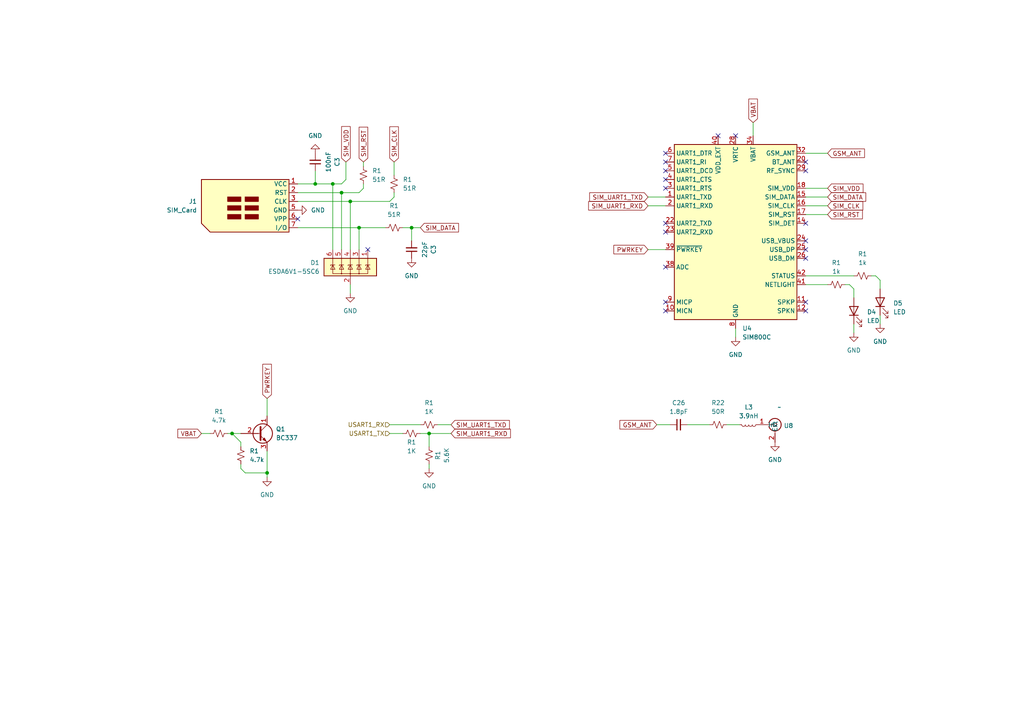
<source format=kicad_sch>
(kicad_sch (version 20230121) (generator eeschema)
  (paper "A4")
  (lib_symbols
    (symbol "Connector:SIM_Card"
      (property "Reference" "J" (at -2.54 12.7 0))
      (property "Value" "SIM_Card" (at -1.27 10.16 0))
      (symbol "SIM_Card_0_1"
        (rectangle (start -1.27 -2.54) (end 2.54 -1.27) (stroke (width 0.254)) (fill (type outline)))
        (rectangle (start -1.27 0) (end 2.54 1.27) (stroke (width 0.254)) (fill (type outline)))
        (rectangle (start -1.27 2.54) (end 2.54 3.81) (stroke (width 0.254)) (fill (type outline)))
        (polyline (pts (xy -10.16 8.89) (xy 15.24 8.89) (xy 15.24 -3.81) (xy 12.7 -6.35) (xy -10.16 -6.35) (xy -10.16 8.89)) (stroke (width 0.254)) (fill (type background)))
        (rectangle (start 3.81 -1.27) (end 7.62 -2.54) (stroke (width 0.254)) (fill (type outline)))
        (rectangle (start 3.81 0) (end 7.62 1.27) (stroke (width 0.254)) (fill (type outline)))
        (rectangle (start 3.81 2.54) (end 7.62 3.81) (stroke (width 0.254)) (fill (type outline)))
      )
      (symbol "SIM_Card_1_1"
        (pin power_in line (at -12.7 7.62 0) (length 2.54) (name "VCC") (number "1"))
        (pin input line (at -12.7 5.08 0) (length 2.54) (name "RST") (number "2"))
        (pin input line (at -12.7 2.54 0) (length 2.54) (name "CLK") (number "3"))
        (pin power_in line (at -12.7 0 0) (length 2.54) (name "GND") (number "5"))
        (pin input line (at -12.7 -2.54 0) (length 2.54) (name "VPP") (number "6"))
        (pin bidirectional line (at -12.7 -5.08 0) (length 2.54) (name "I/O") (number "7"))
      )
    )
    (symbol "Device:C_Small" (pin_numbers hide) (pin_names (offset 0.254) hide)
      (property "Reference" "C" (at 0.254 1.778 0))
      (property "Value" "C_Small" (at 0.254 -2.032 0))
      (symbol "C_Small_0_1"
        (polyline (pts (xy -1.524 -0.508) (xy 1.524 -0.508)) (stroke (width 0.3302)))
        (polyline (pts (xy -1.524 0.508) (xy 1.524 0.508)) (stroke (width 0.3048)))
      )
      (symbol "C_Small_1_1"
        (pin passive line (at 0 2.54 270) (length 2.032) (name "~") (number "1"))
        (pin passive line (at 0 -2.54 90) (length 2.032) (name "~") (number "2"))
      )
    )
    (symbol "Device:LED" (pin_numbers hide) (pin_names (offset 1.016) hide)
      (property "Reference" "D" (at 0 2.54 0))
      (property "Value" "LED" (at 0 -2.54 0))
      (symbol "LED_0_1"
        (polyline (pts (xy -1.27 -1.27) (xy -1.27 1.27)) (stroke (width 0.254)))
        (polyline (pts (xy -1.27 0) (xy 1.27 0)))
        (polyline (pts (xy 1.27 -1.27) (xy 1.27 1.27) (xy -1.27 0) (xy 1.27 -1.27)) (stroke (width 0.254)))
        (polyline (pts (xy -3.048 -0.762) (xy -4.572 -2.286) (xy -3.81 -2.286) (xy -4.572 -2.286) (xy -4.572 -1.524)))
        (polyline (pts (xy -1.778 -0.762) (xy -3.302 -2.286) (xy -2.54 -2.286) (xy -3.302 -2.286) (xy -3.302 -1.524)))
      )
      (symbol "LED_1_1"
        (pin passive line (at -3.81 0 0) (length 2.54) (name "K") (number "1"))
        (pin passive line (at 3.81 0 180) (length 2.54) (name "A") (number "2"))
      )
    )
    (symbol "Device:L_Small" (pin_numbers hide) (pin_names (offset 0.254) hide)
      (property "Reference" "L" (at 0.762 1.016 0))
      (property "Value" "L_Small" (at 0.762 -1.016 0))
      (symbol "L_Small_0_1"
        (arc (start 0 -2.032) (mid 0.5058 -1.524) (end 0 -1.016))
        (arc (start 0 -1.016) (mid 0.5058 -0.508) (end 0 0))
        (arc (start 0 0) (mid 0.5058 0.508) (end 0 1.016))
        (arc (start 0 1.016) (mid 0.5058 1.524) (end 0 2.032))
      )
      (symbol "L_Small_1_1"
        (pin passive line (at 0 2.54 270) (length 0.508) (name "~") (number "1"))
        (pin passive line (at 0 -2.54 90) (length 0.508) (name "~") (number "2"))
      )
    )
    (symbol "Device:R_Small_US" (pin_numbers hide) (pin_names (offset 0.254) hide)
      (property "Reference" "R" (at 0.762 0.508 0))
      (property "Value" "R_Small_US" (at 0.762 -1.016 0))
      (symbol "R_Small_US_1_1"
        (polyline (pts (xy 0 0) (xy 1.016 -0.381) (xy 0 -0.762) (xy -1.016 -1.143) (xy 0 -1.524)))
        (polyline (pts (xy 0 1.524) (xy 1.016 1.143) (xy 0 0.762) (xy -1.016 0.381) (xy 0 0)))
        (pin passive line (at 0 2.54 270) (length 1.016) (name "~") (number "1"))
        (pin passive line (at 0 -2.54 90) (length 1.016) (name "~") (number "2"))
      )
    )
    (symbol "Power_Protection:ESDA6V1-5SC6" (pin_names hide)
      (property "Reference" "D" (at -5.08 -3.81 0))
      (property "Value" "ESDA6V1-5SC6" (at 2.54 -3.81 0))
      (symbol "ESDA6V1-5SC6_0_0"
        (pin passive line (at 0 -5.08 90) (length 2.54) (name "GND") (number "2"))
      )
      (symbol "ESDA6V1-5SC6_0_1"
        (rectangle (start -7.62 2.54) (end 7.62 -2.54) (stroke (width 0.254)) (fill (type background)))
        (circle (center -2.54 -1.905) (radius 0.127))
        (circle (center 0 -1.905) (radius 0.127))
        (polyline (pts (xy -2.54 2.54) (xy -2.54 -1.905)))
        (polyline (pts (xy 0 2.54) (xy 0 -2.54)))
        (polyline (pts (xy 2.54 2.54) (xy 2.54 -1.905)))
        (polyline (pts (xy -5.715 0.635) (xy -4.445 0.635) (xy -4.445 0.381)))
        (polyline (pts (xy -3.175 0.635) (xy -1.905 0.635) (xy -1.905 0.381)))
        (polyline (pts (xy -0.635 0.635) (xy 0.635 0.635) (xy 0.635 0.381)))
        (polyline (pts (xy 1.905 0.635) (xy 3.175 0.635) (xy 3.175 0.381)))
        (polyline (pts (xy 4.445 0.635) (xy 5.715 0.635) (xy 5.715 0.381)))
        (polyline (pts (xy -5.715 -0.635) (xy -4.445 -0.635) (xy -5.08 0.635) (xy -5.715 -0.635)))
        (polyline (pts (xy -5.08 2.54) (xy -5.08 -1.905) (xy 5.08 -1.905) (xy 5.08 2.54)))
        (polyline (pts (xy -3.175 -0.635) (xy -1.905 -0.635) (xy -2.54 0.635) (xy -3.175 -0.635)))
        (polyline (pts (xy -0.635 -0.635) (xy 0.635 -0.635) (xy 0 0.635) (xy -0.635 -0.635)))
        (polyline (pts (xy 1.905 -0.635) (xy 3.175 -0.635) (xy 2.54 0.635) (xy 1.905 -0.635)))
        (polyline (pts (xy 4.445 -0.635) (xy 5.715 -0.635) (xy 5.08 0.635) (xy 4.445 -0.635)))
        (circle (center 2.54 -1.905) (radius 0.127))
      )
      (symbol "ESDA6V1-5SC6_1_1"
        (pin passive line (at -5.08 5.08 270) (length 2.54) (name "IO1") (number "1"))
        (pin passive line (at -2.54 5.08 270) (length 2.54) (name "IO2") (number "3"))
        (pin passive line (at 0 5.08 270) (length 2.54) (name "IO3") (number "4"))
        (pin passive line (at 2.54 5.08 270) (length 2.54) (name "IO4") (number "5"))
        (pin passive line (at 5.08 5.08 270) (length 2.54) (name "IO5") (number "6"))
      )
    )
    (symbol "RF_GSM:SIM800C"
      (property "Reference" "U" (at -15.24 26.67 0))
      (property "Value" "SIM800C" (at 12.7 26.67 0))
      (symbol "SIM800C_0_1"
        (rectangle (start -17.78 25.4) (end 17.78 -25.4) (stroke (width 0.254)) (fill (type background)))
      )
      (symbol "SIM800C_1_1"
        (pin output line (at -20.32 10.16 0) (length 2.54) (name "UART1_TXD") (number "1"))
        (pin input line (at -20.32 -22.86 0) (length 2.54) (name "MICN") (number "10"))
        (pin output line (at 20.32 -20.32 180) (length 2.54) (name "SPKP") (number "11"))
        (pin output line (at 20.32 -22.86 180) (length 2.54) (name "SPKN") (number "12"))
        (pin passive line (at 0 -27.94 90) (length 2.54) hide (name "GND") (number "13"))
        (pin input line (at 20.32 2.54 180) (length 2.54) (name "SIM_DET") (number "14"))
        (pin bidirectional line (at 20.32 10.16 180) (length 2.54) (name "SIM_DATA") (number "15"))
        (pin output line (at 20.32 7.62 180) (length 2.54) (name "SIM_CLK") (number "16"))
        (pin output line (at 20.32 5.08 180) (length 2.54) (name "SIM_RST") (number "17"))
        (pin power_out line (at 20.32 12.7 180) (length 2.54) (name "SIM_VDD") (number "18"))
        (pin passive line (at 0 -27.94 90) (length 2.54) hide (name "GND") (number "19"))
        (pin input line (at -20.32 7.62 0) (length 2.54) (name "UART1_RXD") (number "2"))
        (pin passive line (at 20.32 20.32 180) (length 2.54) (name "BT_ANT") (number "20"))
        (pin passive line (at 0 -27.94 90) (length 2.54) hide (name "GND") (number "21"))
        (pin output line (at -20.32 2.54 0) (length 2.54) (name "UART2_TXD") (number "22"))
        (pin input line (at -20.32 0 0) (length 2.54) (name "UART2_RXD") (number "23"))
        (pin input line (at 20.32 -2.54 180) (length 2.54) (name "USB_VBUS") (number "24"))
        (pin bidirectional line (at 20.32 -5.08 180) (length 2.54) (name "USB_DP") (number "25"))
        (pin bidirectional line (at 20.32 -7.62 180) (length 2.54) (name "USB_DM") (number "26"))
        (pin passive line (at 0 -27.94 90) (length 2.54) hide (name "GND") (number "27"))
        (pin power_in line (at 0 27.94 270) (length 2.54) (name "VRTC") (number "28"))
        (pin output line (at 20.32 17.78 180) (length 2.54) (name "RF_SYNC") (number "29"))
        (pin input line (at -20.32 12.7 0) (length 2.54) (name "UART1_RTS") (number "3"))
        (pin passive line (at 0 -27.94 90) (length 2.54) hide (name "GND") (number "30"))
        (pin passive line (at 0 -27.94 90) (length 2.54) hide (name "GND") (number "31"))
        (pin passive line (at 20.32 22.86 180) (length 2.54) (name "GSM_ANT") (number "32"))
        (pin passive line (at 0 -27.94 90) (length 2.54) hide (name "GND") (number "33"))
        (pin power_in line (at 5.08 27.94 270) (length 2.54) (name "VBAT") (number "34"))
        (pin passive line (at 5.08 27.94 270) (length 2.54) hide (name "VBAT") (number "35"))
        (pin passive line (at 0 -27.94 90) (length 2.54) hide (name "GND") (number "36"))
        (pin passive line (at 0 -27.94 90) (length 2.54) hide (name "GND") (number "37"))
        (pin input line (at -20.32 -10.16 0) (length 2.54) (name "ADC") (number "38"))
        (pin input line (at -20.32 -5.08 0) (length 2.54) (name "~{PWRKEY}") (number "39"))
        (pin output line (at -20.32 15.24 0) (length 2.54) (name "UART1_CTS") (number "4"))
        (pin power_out line (at -5.08 27.94 270) (length 2.54) (name "VDD_EXT") (number "40"))
        (pin output line (at 20.32 -15.24 180) (length 2.54) (name "NETLIGHT") (number "41"))
        (pin output line (at 20.32 -12.7 180) (length 2.54) (name "STATUS") (number "42"))
        (pin output line (at -20.32 17.78 0) (length 2.54) (name "UART1_DCD") (number "5"))
        (pin input line (at -20.32 22.86 0) (length 2.54) (name "UART1_DTR") (number "6"))
        (pin output line (at -20.32 20.32 0) (length 2.54) (name "UART1_RI") (number "7"))
        (pin power_in line (at 0 -27.94 90) (length 2.54) (name "GND") (number "8"))
        (pin input line (at -20.32 -20.32 0) (length 2.54) (name "MICP") (number "9"))
      )
    )
    (symbol "Transistor_BJT:BC337" (pin_names (offset 0) hide)
      (property "Reference" "Q" (at 5.08 1.905 0))
      (property "Value" "BC337" (at 5.08 0 0))
      (symbol "BC337_0_1"
        (polyline (pts (xy 0 0) (xy 0.635 0)))
        (polyline (pts (xy 0.635 0.635) (xy 2.54 2.54)))
        (polyline (pts (xy 0.635 -0.635) (xy 2.54 -2.54) (xy 2.54 -2.54)))
        (polyline (pts (xy 0.635 1.905) (xy 0.635 -1.905) (xy 0.635 -1.905)) (stroke (width 0.508)))
        (polyline (pts (xy 1.27 -1.778) (xy 1.778 -1.27) (xy 2.286 -2.286) (xy 1.27 -1.778) (xy 1.27 -1.778)) (fill (type outline)))
        (circle (center 1.27 0) (radius 2.8194) (stroke (width 0.254)))
      )
      (symbol "BC337_1_1"
        (pin passive line (at 2.54 5.08 270) (length 2.54) (name "C") (number "1"))
        (pin input line (at -5.08 0 0) (length 5.08) (name "B") (number "2"))
        (pin passive line (at 2.54 -5.08 90) (length 2.54) (name "E") (number "3"))
      )
    )
    (symbol "_F_Lib:CONSMA001-SMD_"
      (property "Reference" "U" (at 0 3.81 0))
      (symbol "CONSMA001-SMD__0_1"
        (arc (start -1.778 -0.508) (mid 0.2311 -1.8066) (end 1.778 0) (stroke (width 0.254)))
        (polyline (pts (xy -2.54 0) (xy -0.508 0)))
        (polyline (pts (xy 0 -2.54) (xy 0 -1.778)))
        (circle (center 0 0) (radius 0.508) (stroke (width 0.2032)))
        (arc (start 1.778 0) (mid 0.2099 1.8101) (end -1.778 0.508) (stroke (width 0.254)))
      )
      (symbol "CONSMA001-SMD__1_1"
        (pin passive line (at -5.08 0 0) (length 2.54) (name "In") (number "1"))
        (pin passive line (at 0 -5.08 90) (length 2.54) (name "Ext") (number "2"))
      )
    )
    (symbol "power:GND" (power) (pin_names (offset 0))
      (property "Value" "GND" (at 0 -3.81 0))
      (symbol "GND_0_1"
        (polyline (pts (xy 0 0) (xy 0 -1.27) (xy 1.27 -1.27) (xy 0 -2.54) (xy -1.27 -1.27) (xy 0 -1.27)))
      )
      (symbol "GND_1_1"
        (pin power_in line (at 0 0 270) (length 0) hide (name "GND") (number "1"))
      )
    )
  )
  (junction (at 67.31 125.73))
  (junction (at 124.46 125.73))
  (junction (at 99.06 55.88))
  (junction (at 119.38 66.04))
  (junction (at 101.6 58.42))
  (junction (at 104.14 66.04))
  (junction (at 96.52 53.34))
  (junction (at 77.47 137.16))
  (junction (at 91.44 53.34))
  (no_connect (at 233.68 87.63))
  (no_connect (at 233.68 90.17))
  (no_connect (at 193.04 90.17))
  (no_connect (at 106.68 72.39))
  (no_connect (at 193.04 67.31))
  (no_connect (at 193.04 64.77))
  (no_connect (at 233.68 64.77))
  (no_connect (at 193.04 46.99))
  (no_connect (at 208.28 39.37))
  (no_connect (at 233.68 46.99))
  (no_connect (at 233.68 72.39))
  (no_connect (at 193.04 77.47))
  (no_connect (at 213.36 39.37))
  (no_connect (at 233.68 49.53))
  (no_connect (at 193.04 52.07))
  (no_connect (at 193.04 54.61))
  (no_connect (at 193.04 44.45))
  (no_connect (at 193.04 49.53))
  (no_connect (at 233.68 69.85))
  (no_connect (at 193.04 87.63))
  (no_connect (at 86.36 63.5))
  (no_connect (at 233.68 74.93))
  (wire (pts (xy 67.31 125.73) (xy 69.85 125.73)))
  (wire (pts (xy 69.85 134.62) (xy 69.85 135.89)))
  (wire (pts (xy 247.65 83.82) (xy 247.65 86.36)))
  (wire (pts (xy 69.85 135.89) (xy 71.12 137.16)))
  (wire (pts (xy 99.06 53.34) (xy 96.52 53.34)))
  (wire (pts (xy 187.96 59.69) (xy 193.04 59.69)))
  (wire (pts (xy 210.82 123.19) (xy 214.63 123.19)))
  (wire (pts (xy 71.12 137.16) (xy 77.47 137.16)))
  (wire (pts (xy 104.14 55.88) (xy 105.41 54.61)))
  (wire (pts (xy 255.27 91.44) (xy 255.27 93.98)))
  (wire (pts (xy 100.33 46.99) (xy 100.33 52.07)))
  (wire (pts (xy 86.36 58.42) (xy 101.6 58.42)))
  (wire (pts (xy 69.85 129.54) (xy 69.85 128.27)))
  (wire (pts (xy 199.39 123.19) (xy 205.74 123.19)))
  (wire (pts (xy 233.68 82.55) (xy 240.03 82.55)))
  (wire (pts (xy 218.44 35.56) (xy 218.44 39.37)))
  (wire (pts (xy 233.68 59.69) (xy 240.03 59.69)))
  (wire (pts (xy 77.47 137.16) (xy 77.47 138.43)))
  (wire (pts (xy 114.3 55.88) (xy 114.3 57.15)))
  (wire (pts (xy 190.5 123.19) (xy 194.31 123.19)))
  (wire (pts (xy 113.03 123.19) (xy 121.92 123.19)))
  (wire (pts (xy 101.6 58.42) (xy 101.6 72.39)))
  (wire (pts (xy 233.68 44.45) (xy 240.03 44.45)))
  (wire (pts (xy 101.6 82.55) (xy 101.6 85.09)))
  (wire (pts (xy 69.85 128.27) (xy 67.31 125.73)))
  (wire (pts (xy 124.46 125.73) (xy 124.46 129.54)))
  (wire (pts (xy 96.52 53.34) (xy 91.44 53.34)))
  (wire (pts (xy 99.06 55.88) (xy 99.06 72.39)))
  (wire (pts (xy 213.36 95.25) (xy 213.36 97.79)))
  (wire (pts (xy 187.96 72.39) (xy 193.04 72.39)))
  (wire (pts (xy 124.46 125.73) (xy 130.81 125.73)))
  (wire (pts (xy 105.41 53.34) (xy 105.41 54.61)))
  (wire (pts (xy 233.68 62.23) (xy 240.03 62.23)))
  (wire (pts (xy 119.38 66.04) (xy 121.92 66.04)))
  (wire (pts (xy 104.14 66.04) (xy 104.14 72.39)))
  (wire (pts (xy 96.52 53.34) (xy 96.52 72.39)))
  (wire (pts (xy 255.27 81.28) (xy 255.27 83.82)))
  (wire (pts (xy 124.46 134.62) (xy 124.46 135.89)))
  (wire (pts (xy 86.36 66.04) (xy 104.14 66.04)))
  (wire (pts (xy 233.68 80.01) (xy 247.65 80.01)))
  (wire (pts (xy 233.68 54.61) (xy 240.03 54.61)))
  (wire (pts (xy 247.65 93.98) (xy 247.65 96.52)))
  (wire (pts (xy 252.73 80.01) (xy 254 80.01)))
  (wire (pts (xy 114.3 46.99) (xy 114.3 50.8)))
  (wire (pts (xy 58.42 125.73) (xy 60.96 125.73)))
  (wire (pts (xy 77.47 120.65) (xy 77.47 115.57)))
  (wire (pts (xy 113.03 125.73) (xy 116.84 125.73)))
  (wire (pts (xy 99.06 55.88) (xy 104.14 55.88)))
  (wire (pts (xy 245.11 82.55) (xy 246.38 82.55)))
  (wire (pts (xy 99.06 53.34) (xy 100.33 52.07)))
  (wire (pts (xy 246.38 82.55) (xy 247.65 83.82)))
  (wire (pts (xy 77.47 130.81) (xy 77.47 137.16)))
  (wire (pts (xy 254 80.01) (xy 255.27 81.28)))
  (wire (pts (xy 86.36 55.88) (xy 99.06 55.88)))
  (wire (pts (xy 66.04 125.73) (xy 67.31 125.73)))
  (wire (pts (xy 104.14 66.04) (xy 111.76 66.04)))
  (wire (pts (xy 119.38 66.04) (xy 119.38 69.85)))
  (wire (pts (xy 233.68 57.15) (xy 240.03 57.15)))
  (wire (pts (xy 113.03 58.42) (xy 114.3 57.15)))
  (wire (pts (xy 91.44 49.53) (xy 91.44 53.34)))
  (wire (pts (xy 105.41 46.99) (xy 105.41 48.26)))
  (wire (pts (xy 91.44 53.34) (xy 86.36 53.34)))
  (wire (pts (xy 187.96 57.15) (xy 193.04 57.15)))
  (wire (pts (xy 127 123.19) (xy 130.81 123.19)))
  (wire (pts (xy 121.92 125.73) (xy 124.46 125.73)))
  (wire (pts (xy 101.6 58.42) (xy 113.03 58.42)))
  (wire (pts (xy 116.84 66.04) (xy 119.38 66.04)))
  (global_label "SIM_UART1_TXD" (shape input) (at 187.96 57.15 180) (property "Intersheetrefs" "${INTERSHEET_REFS}" (effects hide)))
  (global_label "GSM_ANT" (shape input) (at 240.03 44.45 0) (property "Intersheetrefs" "${INTERSHEET_REFS}" (effects hide)))
  (global_label "SIM_UART1_TXD" (shape input) (at 130.81 123.19 0) (property "Intersheetrefs" "${INTERSHEET_REFS}" (effects hide)))
  (global_label "SIM_RST" (shape input) (at 240.03 62.23 0) (property "Intersheetrefs" "${INTERSHEET_REFS}" (effects hide)))
  (global_label "PWRKEY" (shape input) (at 77.47 115.57 90) (property "Intersheetrefs" "${INTERSHEET_REFS}" (effects hide)))
  (global_label "SIM_DATA" (shape input) (at 121.92 66.04 0) (property "Intersheetrefs" "${INTERSHEET_REFS}" (effects hide)))
  (global_label "SIM_UART1_RXD" (shape input) (at 187.96 59.69 180) (property "Intersheetrefs" "${INTERSHEET_REFS}" (effects hide)))
  (global_label "SIM_UART1_RXD" (shape input) (at 130.81 125.73 0) (property "Intersheetrefs" "${INTERSHEET_REFS}" (effects hide)))
  (global_label "SIM_CLK" (shape input) (at 240.03 59.69 0) (property "Intersheetrefs" "${INTERSHEET_REFS}" (effects hide)))
  (global_label "SIM_CLK" (shape input) (at 114.3 46.99 90) (property "Intersheetrefs" "${INTERSHEET_REFS}" (effects hide)))
  (global_label "VBAT" (shape input) (at 58.42 125.73 180) (property "Intersheetrefs" "${INTERSHEET_REFS}" (effects hide)))
  (global_label "SIM_VDD" (shape input) (at 100.33 46.99 90) (property "Intersheetrefs" "${INTERSHEET_REFS}" (effects hide)))
  (global_label "GSM_ANT" (shape input) (at 190.5 123.19 180) (property "Intersheetrefs" "${INTERSHEET_REFS}" (effects hide)))
  (global_label "SIM_DATA" (shape input) (at 240.03 57.15 0) (property "Intersheetrefs" "${INTERSHEET_REFS}" (effects hide)))
  (global_label "SIM_VDD" (shape input) (at 240.03 54.61 0) (property "Intersheetrefs" "${INTERSHEET_REFS}" (effects hide)))
  (global_label "PWRKEY" (shape input) (at 187.96 72.39 180) (property "Intersheetrefs" "${INTERSHEET_REFS}" (effects hide)))
  (global_label "SIM_RST" (shape input) (at 105.41 46.99 90) (property "Intersheetrefs" "${INTERSHEET_REFS}" (effects hide)))
  (global_label "VBAT" (shape input) (at 218.44 35.56 90) (property "Intersheetrefs" "${INTERSHEET_REFS}" (effects hide)))
  (hierarchical_label "USART1_TX" (shape input) (at 113.03 125.73 180))
  (hierarchical_label "USART1_RX" (shape input) (at 113.03 123.19 180))
  (symbol (lib_id "power:GND") (at 119.38 74.93 0) (mirror y) (unit 1)
    (property "Reference" "#PWR022" (effects hide))
    (property "Value" "GND" (at 119.38 80.01 0))
  )
  (symbol (lib_id "Transistor_BJT:BC337") (at 74.93 125.73 0) (unit 1)
    (property "Reference" "Q1" (at 80.01 124.46 0) (effects (justify left)))
    (property "Value" "BC337" (at 80.01 127 0) (effects (justify left)))
    (property "Footprint" "Package_TO_SOT_SMD:TSOT-23" (effects hide))
    (property "Datasheet" "https://diotec.com/tl_files/diotec/files/pdf/datasheets/bc337.pdf" (effects hide))
  )
  (symbol (lib_id "Device:R_Small_US") (at 242.57 82.55 90) (unit 1)
    (property "Reference" "R1" (at 242.57 76.2 90))
    (property "Value" "1k" (at 242.57 78.74 90))
    (property "Footprint" "Resistor_SMD:R_0603_1608Metric_Pad0.98x0.95mm_HandSolder" (effects hide))
    (instances (project "LoRa_MuPr-VAF4751" (path "" (reference "R1") (unit 1)) (path "" (reference "R5") (unit 1))))
  )
  (symbol (lib_id "Device:R_Small_US") (at 250.19 80.01 90) (unit 1)
    (property "Reference" "R1" (at 250.19 73.66 90))
    (property "Value" "1k" (at 250.19 76.2 90))
    (property "Footprint" "Resistor_SMD:R_0603_1608Metric_Pad0.98x0.95mm_HandSolder" (effects hide))
    (instances (project "LoRa_MuPr-VAF4751" (path "" (reference "R1") (unit 1)) (path "" (reference "R6") (unit 1))))
  )
  (symbol (lib_id "Device:R_Small_US") (at 63.5 125.73 90) (unit 1)
    (property "Reference" "R1" (at 63.5 119.38 90))
    (property "Value" "4.7k" (at 63.5 121.92 90))
    (property "Footprint" "Resistor_SMD:R_0603_1608Metric_Pad0.98x0.95mm_HandSolder" (effects hide))
    (instances (project "LoRa_MuPr-VAF4751" (path "" (reference "R1") (unit 1)) (path "" (reference "R7") (unit 1))))
  )
  (symbol (lib_id "Device:R_Small_US") (at 208.28 123.19 90) (unit 1)
    (property "Reference" "R22" (at 208.28 116.84 90))
    (property "Value" "50R" (at 208.28 119.38 90))
    (property "Footprint" "Resistor_SMD:R_0603_1608Metric_Pad0.98x0.95mm_HandSolder" (effects hide))
  )
  (symbol (lib_id "power:GND") (at 124.46 135.89 0) (unit 1)
    (property "Reference" "#PWR018" (effects hide))
    (property "Value" "GND" (at 124.46 140.97 0))
  )
  (symbol (lib_id "Device:R_Small_US") (at 114.3 66.04 90) (unit 1)
    (property "Reference" "R1" (at 114.3 59.69 90))
    (property "Value" "51R" (at 114.3 62.23 90))
    (property "Footprint" "Resistor_SMD:R_0603_1608Metric_Pad0.98x0.95mm_HandSolder" (effects hide))
    (instances (project "LoRa_MuPr-VAF4751" (path "" (reference "R1") (unit 1)) (path "" (reference "R20") (unit 1))))
  )
  (symbol (lib_id "power:GND") (at 255.27 93.98 0) (unit 1)
    (property "Reference" "#PWR05" (effects hide))
    (property "Value" "GND" (at 255.27 99.06 0))
  )
  (symbol (lib_id "Connector:SIM_Card") (at 73.66 60.96 0) (mirror y) (unit 1)
    (property "Reference" "J1" (at 57.15 58.42 0) (effects (justify left)))
    (property "Value" "SIM_Card" (at 57.15 60.96 0) (effects (justify left)))
    (property "Footprint" "user_footprint:L-KLS1-SIM-066" (effects hide))
    (property "Datasheet" " ~" (effects hide))
  )
  (symbol (lib_id "Power_Protection:ESDA6V1-5SC6") (at 101.6 77.47 0) (mirror y) (unit 1)
    (property "Reference" "D1" (at 92.71 76.2 0) (effects (justify left)))
    (property "Value" "ESDA6V1-5SC6" (at 92.71 78.74 0) (effects (justify left)))
    (property "Footprint" "Package_TO_SOT_SMD:SOT-23-6" (effects hide))
    (property "Datasheet" "www.st.com/resource/en/datasheet/esda6v1-5sc6.pdf" (effects hide))
  )
  (symbol (lib_id "power:GND") (at 91.44 44.45 0) (mirror x) (unit 1)
    (property "Reference" "#PWR021" (effects hide))
    (property "Value" "GND" (at 91.44 39.37 0))
  )
  (symbol (lib_id "Device:C_Small") (at 196.85 123.19 90) (unit 1)
    (property "Reference" "C26" (at 196.8563 116.84 90))
    (property "Value" "1.8pF" (at 196.8563 119.38 90))
    (property "Footprint" "Capacitor_SMD:C_0603_1608Metric_Pad1.08x0.95mm_HandSolder" (effects hide))
  )
  (symbol (lib_id "Device:LED") (at 255.27 87.63 90) (unit 1)
    (property "Reference" "D5" (at 259.08 87.9475 90) (effects (justify right)))
    (property "Value" "LED" (at 259.08 90.4875 90) (effects (justify right)))
    (property "Footprint" "LED_SMD:LED_0603_1608Metric_Pad1.05x0.95mm_HandSolder" (effects hide))
  )
  (symbol (lib_id "Device:R_Small_US") (at 124.46 123.19 90) (unit 1)
    (property "Reference" "R1" (at 124.46 116.84 90))
    (property "Value" "1K" (at 124.46 119.38 90))
    (property "Footprint" "Resistor_SMD:R_0603_1608Metric_Pad0.98x0.95mm_HandSolder" (effects hide))
    (instances (project "LoRa_MuPr-VAF4751" (path "" (reference "R1") (unit 1)) (path "" (reference "R15") (unit 1))))
  )
  (symbol (lib_id "power:GND") (at 77.47 138.43 0) (unit 1)
    (property "Reference" "#PWR06" (effects hide))
    (property "Value" "GND" (at 77.47 143.51 0))
  )
  (symbol (lib_id "RF_GSM:SIM800C") (at 213.36 67.31 0) (unit 1)
    (property "Reference" "U4" (at 215.3159 95.25 0) (effects (justify left)))
    (property "Value" "SIM800C" (at 215.3159 97.79 0) (effects (justify left)))
    (property "Footprint" "user_footprint:SİM800C" (effects hide))
    (property "Datasheet" "http://simcom.ee/documents/SIM800C/SIM800C_Hardware_Design_V1.05.pdf" (effects hide))
  )
  (symbol (lib_id "Device:C_Small") (at 91.44 46.99 180) (unit 1)
    (property "Reference" "C3" (at 97.79 46.99 90))
    (property "Value" "100nF" (at 95.25 46.99 90))
    (property "Footprint" "Capacitor_SMD:C_0603_1608Metric_Pad1.08x0.95mm_HandSolder" (effects hide))
    (instances (project "LoRa_MuPr-VAF4751" (path "" (reference "C3") (unit 1)) (path "" (reference "C18") (unit 1)) (path "" (reference "C23") (unit 1))))
  )
  (symbol (lib_id "Device:R_Small_US") (at 124.46 132.08 180) (unit 1)
    (property "Reference" "R1" (at 127 132.08 90))
    (property "Value" "5.6K" (at 129.54 132.08 90))
    (property "Footprint" "Resistor_SMD:R_0603_1608Metric_Pad0.98x0.95mm_HandSolder" (effects hide))
    (instances (project "LoRa_MuPr-VAF4751" (path "" (reference "R1") (unit 1)) (path "" (reference "R17") (unit 1))))
  )
  (symbol (lib_id "power:GND") (at 213.36 97.79 0) (unit 1)
    (property "Reference" "#PWR017" (effects hide))
    (property "Value" "GND" (at 213.36 102.87 0))
  )
  (symbol (lib_id "_F_Lib:CONSMA001-SMD_") (at 224.79 123.19 0) (unit 1)
    (property "Reference" "U8" (at 227.33 123.4832 0) (effects (justify left)))
    (property "Value" "~" (at 226.06 118.11 0))
    (property "Footprint" "_F_Library:LINX_CONSMA001-SMD" (effects hide))
  )
  (symbol (lib_id "power:GND") (at 86.36 60.96 90) (mirror x) (unit 1)
    (property "Reference" "#PWR020" (effects hide))
    (property "Value" "GND" (at 90.17 60.96 90) (effects (justify right)))
  )
  (symbol (lib_id "power:GND") (at 247.65 96.52 0) (unit 1)
    (property "Reference" "#PWR04" (effects hide))
    (property "Value" "GND" (at 247.65 101.6 0))
  )
  (symbol (lib_id "Device:R_Small_US") (at 119.38 125.73 90) (unit 1)
    (property "Reference" "R1" (at 119.38 128.27 90))
    (property "Value" "1K" (at 119.38 130.81 90))
    (property "Footprint" "Resistor_SMD:R_0603_1608Metric_Pad0.98x0.95mm_HandSolder" (effects hide))
    (instances (project "LoRa_MuPr-VAF4751" (path "" (reference "R1") (unit 1)) (path "" (reference "R16") (unit 1))))
  )
  (symbol (lib_id "Device:L_Small") (at 217.17 123.19 270) (unit 1)
    (property "Reference" "L3" (at 217.17 118.11 90))
    (property "Value" "3.9nH" (at 217.17 120.65 90))
    (property "Footprint" "Inductor_SMD:L_0603_1608Metric_Pad1.05x0.95mm_HandSolder" (effects hide))
  )
  (symbol (lib_id "Device:LED") (at 247.65 90.17 90) (unit 1)
    (property "Reference" "D4" (at 251.46 90.4875 90) (effects (justify right)))
    (property "Value" "LED" (at 251.46 93.0275 90) (effects (justify right)))
    (property "Footprint" "LED_SMD:LED_0603_1608Metric_Pad1.05x0.95mm_HandSolder" (effects hide))
  )
  (symbol (lib_id "power:GND") (at 224.79 128.27 0) (unit 1)
    (property "Reference" "#PWR034" (effects hide))
    (property "Value" "GND" (at 224.79 133.35 0))
  )
  (symbol (lib_id "Device:R_Small_US") (at 69.85 132.08 180) (unit 1)
    (property "Reference" "R1" (at 72.39 130.81 0) (effects (justify right)))
    (property "Value" "4.7k" (at 72.39 133.35 0) (effects (justify right)))
    (property "Footprint" "Resistor_SMD:R_0603_1608Metric_Pad0.98x0.95mm_HandSolder" (effects hide))
    (instances (project "LoRa_MuPr-VAF4751" (path "" (reference "R1") (unit 1)) (path "" (reference "R8") (unit 1))))
  )
  (symbol (lib_id "power:GND") (at 101.6 85.09 0) (mirror y) (unit 1)
    (property "Reference" "#PWR019" (effects hide))
    (property "Value" "GND" (at 101.6 90.17 0))
  )
  (symbol (lib_id "Device:C_Small") (at 119.38 72.39 180) (unit 1)
    (property "Reference" "C3" (at 125.73 72.39 90))
    (property "Value" "22pF" (at 123.19 72.39 90))
    (property "Footprint" "Capacitor_SMD:C_0603_1608Metric_Pad1.08x0.95mm_HandSolder" (effects hide))
    (instances (project "LoRa_MuPr-VAF4751" (path "" (reference "C3") (unit 1)) (path "" (reference "C18") (unit 1)) (path "" (reference "C24") (unit 1))))
  )
  (symbol (lib_id "Device:R_Small_US") (at 114.3 53.34 0) (unit 1)
    (property "Reference" "R1" (at 116.84 52.07 0) (effects (justify left)))
    (property "Value" "51R" (at 116.84 54.61 0) (effects (justify left)))
    (property "Footprint" "Resistor_SMD:R_0603_1608Metric_Pad0.98x0.95mm_HandSolder" (effects hide))
    (instances (project "LoRa_MuPr-VAF4751" (path "" (reference "R1") (unit 1)) (path "" (reference "R19") (unit 1))))
  )
  (symbol (lib_id "Device:R_Small_US") (at 105.41 50.8 0) (unit 1)
    (property "Reference" "R1" (at 107.95 49.53 0) (effects (justify left)))
    (property "Value" "51R" (at 107.95 52.07 0) (effects (justify left)))
    (property "Footprint" "Resistor_SMD:R_0603_1608Metric_Pad0.98x0.95mm_HandSolder" (effects hide))
    (instances (project "LoRa_MuPr-VAF4751" (path "" (reference "R1") (unit 1)) (path "" (reference "R18") (unit 1))))
  )
)
</source>
